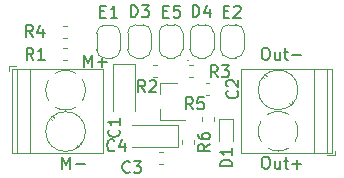
<source format=gbr>
G04 #@! TF.GenerationSoftware,KiCad,Pcbnew,(5.1.4)-1*
G04 #@! TF.CreationDate,2019-12-17T16:38:54-05:00*
G04 #@! TF.ProjectId,BJTPreamp,424a5450-7265-4616-9d70-2e6b69636164,rev?*
G04 #@! TF.SameCoordinates,Original*
G04 #@! TF.FileFunction,Legend,Top*
G04 #@! TF.FilePolarity,Positive*
%FSLAX46Y46*%
G04 Gerber Fmt 4.6, Leading zero omitted, Abs format (unit mm)*
G04 Created by KiCad (PCBNEW (5.1.4)-1) date 2019-12-17 16:38:54*
%MOMM*%
%LPD*%
G04 APERTURE LIST*
%ADD10C,0.150000*%
%ADD11C,0.120000*%
G04 APERTURE END LIST*
D10*
X89733619Y-100696780D02*
X89924095Y-100696780D01*
X90019333Y-100744400D01*
X90114571Y-100839638D01*
X90162190Y-101030114D01*
X90162190Y-101363447D01*
X90114571Y-101553923D01*
X90019333Y-101649161D01*
X89924095Y-101696780D01*
X89733619Y-101696780D01*
X89638380Y-101649161D01*
X89543142Y-101553923D01*
X89495523Y-101363447D01*
X89495523Y-101030114D01*
X89543142Y-100839638D01*
X89638380Y-100744400D01*
X89733619Y-100696780D01*
X91019333Y-101030114D02*
X91019333Y-101696780D01*
X90590761Y-101030114D02*
X90590761Y-101553923D01*
X90638380Y-101649161D01*
X90733619Y-101696780D01*
X90876476Y-101696780D01*
X90971714Y-101649161D01*
X91019333Y-101601542D01*
X91352666Y-101030114D02*
X91733619Y-101030114D01*
X91495523Y-100696780D02*
X91495523Y-101553923D01*
X91543142Y-101649161D01*
X91638380Y-101696780D01*
X91733619Y-101696780D01*
X92066952Y-101315828D02*
X92828857Y-101315828D01*
X92447904Y-101696780D02*
X92447904Y-100934876D01*
X89718379Y-91482660D02*
X89908855Y-91482660D01*
X90004093Y-91530280D01*
X90099331Y-91625518D01*
X90146950Y-91815994D01*
X90146950Y-92149327D01*
X90099331Y-92339803D01*
X90004093Y-92435041D01*
X89908855Y-92482660D01*
X89718379Y-92482660D01*
X89623140Y-92435041D01*
X89527902Y-92339803D01*
X89480283Y-92149327D01*
X89480283Y-91815994D01*
X89527902Y-91625518D01*
X89623140Y-91530280D01*
X89718379Y-91482660D01*
X91004093Y-91815994D02*
X91004093Y-92482660D01*
X90575521Y-91815994D02*
X90575521Y-92339803D01*
X90623140Y-92435041D01*
X90718379Y-92482660D01*
X90861236Y-92482660D01*
X90956474Y-92435041D01*
X91004093Y-92387422D01*
X91337426Y-91815994D02*
X91718379Y-91815994D01*
X91480283Y-91482660D02*
X91480283Y-92339803D01*
X91527902Y-92435041D01*
X91623140Y-92482660D01*
X91718379Y-92482660D01*
X92051712Y-92101708D02*
X92813617Y-92101708D01*
X72580619Y-101722680D02*
X72580619Y-100722680D01*
X72913952Y-101436966D01*
X73247285Y-100722680D01*
X73247285Y-101722680D01*
X73723476Y-101341728D02*
X74485380Y-101341728D01*
X74434819Y-93070940D02*
X74434819Y-92070940D01*
X74768152Y-92785226D01*
X75101485Y-92070940D01*
X75101485Y-93070940D01*
X75577676Y-92689988D02*
X76339580Y-92689988D01*
X75958628Y-93070940D02*
X75958628Y-92309036D01*
D11*
X83190080Y-92476320D02*
X83210400Y-92532200D01*
X82370800Y-97972600D02*
X78460800Y-97972600D01*
X82370800Y-99842600D02*
X82370800Y-97972600D01*
X78460800Y-99842600D02*
X82370800Y-99842600D01*
X76852500Y-92889200D02*
X76852500Y-96799200D01*
X78722500Y-92889200D02*
X76852500Y-92889200D01*
X78722500Y-96799200D02*
X78722500Y-92889200D01*
X87984840Y-90211680D02*
X87984840Y-91611680D01*
X87284840Y-92311680D02*
X86684840Y-92311680D01*
X85984840Y-91611680D02*
X85984840Y-90211680D01*
X86684840Y-89511680D02*
X87284840Y-89511680D01*
X87284840Y-89511680D02*
G75*
G02X87984840Y-90211680I0J-700000D01*
G01*
X85984840Y-90211680D02*
G75*
G02X86684840Y-89511680I700000J0D01*
G01*
X86684840Y-92311680D02*
G75*
G02X85984840Y-91611680I0J700000D01*
G01*
X87984840Y-91611680D02*
G75*
G02X87284840Y-92311680I-700000J0D01*
G01*
X75499720Y-91647240D02*
X75499720Y-90247240D01*
X76199720Y-89547240D02*
X76799720Y-89547240D01*
X77499720Y-90247240D02*
X77499720Y-91647240D01*
X76799720Y-92347240D02*
X76199720Y-92347240D01*
X76199720Y-92347240D02*
G75*
G02X75499720Y-91647240I0J700000D01*
G01*
X77499720Y-91647240D02*
G75*
G02X76799720Y-92347240I-700000J0D01*
G01*
X76799720Y-89547240D02*
G75*
G02X77499720Y-90247240I0J-700000D01*
G01*
X75499720Y-90247240D02*
G75*
G02X76199720Y-89547240I700000J0D01*
G01*
X82687700Y-99290921D02*
X82687700Y-99616479D01*
X83707700Y-99290921D02*
X83707700Y-99616479D01*
X84427600Y-97322421D02*
X84427600Y-97647979D01*
X85447600Y-97322421D02*
X85447600Y-97647979D01*
X72633521Y-90624120D02*
X72959079Y-90624120D01*
X72633521Y-89604120D02*
X72959079Y-89604120D01*
X83301621Y-93982000D02*
X83627179Y-93982000D01*
X83301621Y-92962000D02*
X83627179Y-92962000D01*
X80579179Y-92962000D02*
X80253621Y-92962000D01*
X80579179Y-93982000D02*
X80253621Y-93982000D01*
X72979499Y-91519280D02*
X72653941Y-91519280D01*
X72979499Y-92539280D02*
X72653941Y-92539280D01*
X80837500Y-94444700D02*
X82297500Y-94444700D01*
X80837500Y-97604700D02*
X82997500Y-97604700D01*
X80837500Y-97604700D02*
X80837500Y-96674700D01*
X80837500Y-94444700D02*
X80837500Y-95374700D01*
X80782920Y-91606600D02*
X80782920Y-90206600D01*
X81482920Y-89506600D02*
X82082920Y-89506600D01*
X82782920Y-90206600D02*
X82782920Y-91606600D01*
X82082920Y-92306600D02*
X81482920Y-92306600D01*
X81482920Y-92306600D02*
G75*
G02X80782920Y-91606600I0J700000D01*
G01*
X82782920Y-91606600D02*
G75*
G02X82082920Y-92306600I-700000J0D01*
G01*
X82082920Y-89506600D02*
G75*
G02X82782920Y-90206600I0J-700000D01*
G01*
X80782920Y-90206600D02*
G75*
G02X81482920Y-89506600I700000J0D01*
G01*
X83399120Y-91606840D02*
X83399120Y-90206840D01*
X84099120Y-89506840D02*
X84699120Y-89506840D01*
X85399120Y-90206840D02*
X85399120Y-91606840D01*
X84699120Y-92306840D02*
X84099120Y-92306840D01*
X84099120Y-92306840D02*
G75*
G02X83399120Y-91606840I0J700000D01*
G01*
X85399120Y-91606840D02*
G75*
G02X84699120Y-92306840I-700000J0D01*
G01*
X84699120Y-89506840D02*
G75*
G02X85399120Y-90206840I0J-700000D01*
G01*
X83399120Y-90206840D02*
G75*
G02X84099120Y-89506840I700000J0D01*
G01*
X78115920Y-91617000D02*
X78115920Y-90217000D01*
X78815920Y-89517000D02*
X79415920Y-89517000D01*
X80115920Y-90217000D02*
X80115920Y-91617000D01*
X79415920Y-92317000D02*
X78815920Y-92317000D01*
X78815920Y-92317000D02*
G75*
G02X78115920Y-91617000I0J700000D01*
G01*
X80115920Y-91617000D02*
G75*
G02X79415920Y-92317000I-700000J0D01*
G01*
X79415920Y-89517000D02*
G75*
G02X80115920Y-90217000I0J-700000D01*
G01*
X78115920Y-90217000D02*
G75*
G02X78815920Y-89517000I700000J0D01*
G01*
X92290681Y-97651576D02*
G75*
G02X92545960Y-98541840I-1424721J-890264D01*
G01*
X89975767Y-97116335D02*
G75*
G02X91756960Y-97116840I890193J-1425505D01*
G01*
X89440602Y-99431734D02*
G75*
G02X89425960Y-97675840I1425358J889894D01*
G01*
X91755854Y-99967198D02*
G75*
G02X89999960Y-99981840I-889894J1425358D01*
G01*
X92546059Y-98513166D02*
G75*
G02X92305960Y-99407840I-1680099J-28674D01*
G01*
X92545960Y-95041840D02*
G75*
G03X92545960Y-95041840I-1680000J0D01*
G01*
X94965960Y-100351840D02*
X94965960Y-93231840D01*
X93865960Y-100351840D02*
X93865960Y-93231840D01*
X87705960Y-100351840D02*
X87705960Y-93231840D01*
X95425960Y-100351840D02*
X95425960Y-93231840D01*
X87705960Y-100351840D02*
X95425960Y-100351840D01*
X87705960Y-93231840D02*
X95425960Y-93231840D01*
X89796960Y-93766840D02*
X89924960Y-93895840D01*
X92046960Y-96016840D02*
X92139960Y-96110840D01*
X89590960Y-93971840D02*
X89684960Y-94065840D01*
X91806960Y-96186840D02*
X91934960Y-96315840D01*
X95025960Y-100591840D02*
X95665960Y-100591840D01*
X95665960Y-100591840D02*
X95665960Y-100191840D01*
X68072600Y-93017120D02*
X68072600Y-93417120D01*
X68712600Y-93017120D02*
X68072600Y-93017120D01*
X71931600Y-97422120D02*
X71803600Y-97293120D01*
X74147600Y-99637120D02*
X74053600Y-99543120D01*
X71691600Y-97592120D02*
X71598600Y-97498120D01*
X73941600Y-99842120D02*
X73813600Y-99713120D01*
X76032600Y-100377120D02*
X68312600Y-100377120D01*
X76032600Y-93257120D02*
X68312600Y-93257120D01*
X68312600Y-93257120D02*
X68312600Y-100377120D01*
X76032600Y-93257120D02*
X76032600Y-100377120D01*
X69872600Y-93257120D02*
X69872600Y-100377120D01*
X68772600Y-93257120D02*
X68772600Y-100377120D01*
X74552600Y-98567120D02*
G75*
G03X74552600Y-98567120I-1680000J0D01*
G01*
X71192501Y-95095794D02*
G75*
G02X71432600Y-94201120I1680099J28674D01*
G01*
X71982706Y-93641762D02*
G75*
G02X73738600Y-93627120I889894J-1425358D01*
G01*
X74297958Y-94177226D02*
G75*
G02X74312600Y-95933120I-1425358J-889894D01*
G01*
X73762793Y-96492625D02*
G75*
G02X71981600Y-96492120I-890193J1425505D01*
G01*
X71447879Y-95957384D02*
G75*
G02X71192600Y-95067120I1424721J890264D01*
G01*
X85848900Y-99328200D02*
X85848900Y-97478200D01*
X87048900Y-99328200D02*
X87048900Y-97478200D01*
X87048900Y-97478200D02*
X85848900Y-97478200D01*
X81099879Y-100289900D02*
X80774321Y-100289900D01*
X81099879Y-101309900D02*
X80774321Y-101309900D01*
X84724021Y-95493300D02*
X85049579Y-95493300D01*
X84724021Y-94473300D02*
X85049579Y-94473300D01*
D10*
X77011233Y-100141042D02*
X76963614Y-100188661D01*
X76820757Y-100236280D01*
X76725519Y-100236280D01*
X76582661Y-100188661D01*
X76487423Y-100093423D01*
X76439804Y-99998185D01*
X76392185Y-99807709D01*
X76392185Y-99664852D01*
X76439804Y-99474376D01*
X76487423Y-99379138D01*
X76582661Y-99283900D01*
X76725519Y-99236280D01*
X76820757Y-99236280D01*
X76963614Y-99283900D01*
X77011233Y-99331519D01*
X77868376Y-99569614D02*
X77868376Y-100236280D01*
X77630280Y-99188661D02*
X77392185Y-99902947D01*
X78011233Y-99902947D01*
X77369942Y-98401166D02*
X77417561Y-98448785D01*
X77465180Y-98591642D01*
X77465180Y-98686880D01*
X77417561Y-98829738D01*
X77322323Y-98924976D01*
X77227085Y-98972595D01*
X77036609Y-99020214D01*
X76893752Y-99020214D01*
X76703276Y-98972595D01*
X76608038Y-98924976D01*
X76512800Y-98829738D01*
X76465180Y-98686880D01*
X76465180Y-98591642D01*
X76512800Y-98448785D01*
X76560419Y-98401166D01*
X77465180Y-97448785D02*
X77465180Y-98020214D01*
X77465180Y-97734500D02*
X76465180Y-97734500D01*
X76608038Y-97829738D01*
X76703276Y-97924976D01*
X76750895Y-98020214D01*
X86268963Y-88397051D02*
X86602297Y-88397051D01*
X86745154Y-88920860D02*
X86268963Y-88920860D01*
X86268963Y-87920860D01*
X86745154Y-87920860D01*
X87126106Y-88016099D02*
X87173725Y-87968480D01*
X87268963Y-87920860D01*
X87507059Y-87920860D01*
X87602297Y-87968480D01*
X87649916Y-88016099D01*
X87697535Y-88111337D01*
X87697535Y-88206575D01*
X87649916Y-88349432D01*
X87078487Y-88920860D01*
X87697535Y-88920860D01*
X75824483Y-88391971D02*
X76157817Y-88391971D01*
X76300674Y-88915780D02*
X75824483Y-88915780D01*
X75824483Y-87915780D01*
X76300674Y-87915780D01*
X77253055Y-88915780D02*
X76681626Y-88915780D01*
X76967340Y-88915780D02*
X76967340Y-87915780D01*
X76872102Y-88058638D01*
X76776864Y-88153876D01*
X76681626Y-88201495D01*
X85080080Y-99620366D02*
X84603890Y-99953700D01*
X85080080Y-100191795D02*
X84080080Y-100191795D01*
X84080080Y-99810842D01*
X84127700Y-99715604D01*
X84175319Y-99667985D01*
X84270557Y-99620366D01*
X84413414Y-99620366D01*
X84508652Y-99667985D01*
X84556271Y-99715604D01*
X84603890Y-99810842D01*
X84603890Y-100191795D01*
X84080080Y-98763223D02*
X84080080Y-98953700D01*
X84127700Y-99048938D01*
X84175319Y-99096557D01*
X84318176Y-99191795D01*
X84508652Y-99239414D01*
X84889604Y-99239414D01*
X84984842Y-99191795D01*
X85032461Y-99144176D01*
X85080080Y-99048938D01*
X85080080Y-98858461D01*
X85032461Y-98763223D01*
X84984842Y-98715604D01*
X84889604Y-98667985D01*
X84651509Y-98667985D01*
X84556271Y-98715604D01*
X84508652Y-98763223D01*
X84461033Y-98858461D01*
X84461033Y-99048938D01*
X84508652Y-99144176D01*
X84556271Y-99191795D01*
X84651509Y-99239414D01*
X83653333Y-96680280D02*
X83320000Y-96204090D01*
X83081904Y-96680280D02*
X83081904Y-95680280D01*
X83462857Y-95680280D01*
X83558095Y-95727900D01*
X83605714Y-95775519D01*
X83653333Y-95870757D01*
X83653333Y-96013614D01*
X83605714Y-96108852D01*
X83558095Y-96156471D01*
X83462857Y-96204090D01*
X83081904Y-96204090D01*
X84558095Y-95680280D02*
X84081904Y-95680280D01*
X84034285Y-96156471D01*
X84081904Y-96108852D01*
X84177142Y-96061233D01*
X84415238Y-96061233D01*
X84510476Y-96108852D01*
X84558095Y-96156471D01*
X84605714Y-96251709D01*
X84605714Y-96489804D01*
X84558095Y-96585042D01*
X84510476Y-96632661D01*
X84415238Y-96680280D01*
X84177142Y-96680280D01*
X84081904Y-96632661D01*
X84034285Y-96585042D01*
X70110053Y-90566500D02*
X69776720Y-90090310D01*
X69538624Y-90566500D02*
X69538624Y-89566500D01*
X69919577Y-89566500D01*
X70014815Y-89614120D01*
X70062434Y-89661739D01*
X70110053Y-89756977D01*
X70110053Y-89899834D01*
X70062434Y-89995072D01*
X70014815Y-90042691D01*
X69919577Y-90090310D01*
X69538624Y-90090310D01*
X70967196Y-89899834D02*
X70967196Y-90566500D01*
X70729100Y-89518881D02*
X70491005Y-90233167D01*
X71110053Y-90233167D01*
X85751373Y-93970100D02*
X85418040Y-93493910D01*
X85179944Y-93970100D02*
X85179944Y-92970100D01*
X85560897Y-92970100D01*
X85656135Y-93017720D01*
X85703754Y-93065339D01*
X85751373Y-93160577D01*
X85751373Y-93303434D01*
X85703754Y-93398672D01*
X85656135Y-93446291D01*
X85560897Y-93493910D01*
X85179944Y-93493910D01*
X86084706Y-92970100D02*
X86703754Y-92970100D01*
X86370420Y-93351053D01*
X86513278Y-93351053D01*
X86608516Y-93398672D01*
X86656135Y-93446291D01*
X86703754Y-93541529D01*
X86703754Y-93779624D01*
X86656135Y-93874862D01*
X86608516Y-93922481D01*
X86513278Y-93970100D01*
X86227563Y-93970100D01*
X86132325Y-93922481D01*
X86084706Y-93874862D01*
X79609653Y-95214700D02*
X79276320Y-94738510D01*
X79038224Y-95214700D02*
X79038224Y-94214700D01*
X79419177Y-94214700D01*
X79514415Y-94262320D01*
X79562034Y-94309939D01*
X79609653Y-94405177D01*
X79609653Y-94548034D01*
X79562034Y-94643272D01*
X79514415Y-94690891D01*
X79419177Y-94738510D01*
X79038224Y-94738510D01*
X79990605Y-94309939D02*
X80038224Y-94262320D01*
X80133462Y-94214700D01*
X80371558Y-94214700D01*
X80466796Y-94262320D01*
X80514415Y-94309939D01*
X80562034Y-94405177D01*
X80562034Y-94500415D01*
X80514415Y-94643272D01*
X79942986Y-95214700D01*
X80562034Y-95214700D01*
X70150693Y-92501980D02*
X69817360Y-92025790D01*
X69579264Y-92501980D02*
X69579264Y-91501980D01*
X69960217Y-91501980D01*
X70055455Y-91549600D01*
X70103074Y-91597219D01*
X70150693Y-91692457D01*
X70150693Y-91835314D01*
X70103074Y-91930552D01*
X70055455Y-91978171D01*
X69960217Y-92025790D01*
X69579264Y-92025790D01*
X71103074Y-92501980D02*
X70531645Y-92501980D01*
X70817360Y-92501980D02*
X70817360Y-91501980D01*
X70722121Y-91644838D01*
X70626883Y-91740076D01*
X70531645Y-91787695D01*
X81153403Y-88397051D02*
X81486737Y-88397051D01*
X81629594Y-88920860D02*
X81153403Y-88920860D01*
X81153403Y-87920860D01*
X81629594Y-87920860D01*
X82534356Y-87920860D02*
X82058165Y-87920860D01*
X82010546Y-88397051D01*
X82058165Y-88349432D01*
X82153403Y-88301813D01*
X82391499Y-88301813D01*
X82486737Y-88349432D01*
X82534356Y-88397051D01*
X82581975Y-88492289D01*
X82581975Y-88730384D01*
X82534356Y-88825622D01*
X82486737Y-88873241D01*
X82391499Y-88920860D01*
X82153403Y-88920860D01*
X82058165Y-88873241D01*
X82010546Y-88825622D01*
X83635624Y-88864980D02*
X83635624Y-87864980D01*
X83873720Y-87864980D01*
X84016577Y-87912600D01*
X84111815Y-88007838D01*
X84159434Y-88103076D01*
X84207053Y-88293552D01*
X84207053Y-88436409D01*
X84159434Y-88626885D01*
X84111815Y-88722123D01*
X84016577Y-88817361D01*
X83873720Y-88864980D01*
X83635624Y-88864980D01*
X85064196Y-88198314D02*
X85064196Y-88864980D01*
X84826100Y-87817361D02*
X84588005Y-88531647D01*
X85207053Y-88531647D01*
X78398144Y-88875140D02*
X78398144Y-87875140D01*
X78636240Y-87875140D01*
X78779097Y-87922760D01*
X78874335Y-88017998D01*
X78921954Y-88113236D01*
X78969573Y-88303712D01*
X78969573Y-88446569D01*
X78921954Y-88637045D01*
X78874335Y-88732283D01*
X78779097Y-88827521D01*
X78636240Y-88875140D01*
X78398144Y-88875140D01*
X79302906Y-87875140D02*
X79921954Y-87875140D01*
X79588620Y-88256093D01*
X79731478Y-88256093D01*
X79826716Y-88303712D01*
X79874335Y-88351331D01*
X79921954Y-88446569D01*
X79921954Y-88684664D01*
X79874335Y-88779902D01*
X79826716Y-88827521D01*
X79731478Y-88875140D01*
X79445763Y-88875140D01*
X79350525Y-88827521D01*
X79302906Y-88779902D01*
X86977480Y-101512595D02*
X85977480Y-101512595D01*
X85977480Y-101274500D01*
X86025100Y-101131642D01*
X86120338Y-101036404D01*
X86215576Y-100988785D01*
X86406052Y-100941166D01*
X86548909Y-100941166D01*
X86739385Y-100988785D01*
X86834623Y-101036404D01*
X86929861Y-101131642D01*
X86977480Y-101274500D01*
X86977480Y-101512595D01*
X86977480Y-99988785D02*
X86977480Y-100560214D01*
X86977480Y-100274500D02*
X85977480Y-100274500D01*
X86120338Y-100369738D01*
X86215576Y-100464976D01*
X86263195Y-100560214D01*
X78306633Y-101969842D02*
X78259014Y-102017461D01*
X78116157Y-102065080D01*
X78020919Y-102065080D01*
X77878061Y-102017461D01*
X77782823Y-101922223D01*
X77735204Y-101826985D01*
X77687585Y-101636509D01*
X77687585Y-101493652D01*
X77735204Y-101303176D01*
X77782823Y-101207938D01*
X77878061Y-101112700D01*
X78020919Y-101065080D01*
X78116157Y-101065080D01*
X78259014Y-101112700D01*
X78306633Y-101160319D01*
X78639966Y-101065080D02*
X79259014Y-101065080D01*
X78925680Y-101446033D01*
X79068538Y-101446033D01*
X79163776Y-101493652D01*
X79211395Y-101541271D01*
X79259014Y-101636509D01*
X79259014Y-101874604D01*
X79211395Y-101969842D01*
X79163776Y-102017461D01*
X79068538Y-102065080D01*
X78782823Y-102065080D01*
X78687585Y-102017461D01*
X78639966Y-101969842D01*
X87397862Y-95114406D02*
X87445481Y-95162025D01*
X87493100Y-95304882D01*
X87493100Y-95400120D01*
X87445481Y-95542978D01*
X87350243Y-95638216D01*
X87255005Y-95685835D01*
X87064529Y-95733454D01*
X86921672Y-95733454D01*
X86731196Y-95685835D01*
X86635958Y-95638216D01*
X86540720Y-95542978D01*
X86493100Y-95400120D01*
X86493100Y-95304882D01*
X86540720Y-95162025D01*
X86588339Y-95114406D01*
X86588339Y-94733454D02*
X86540720Y-94685835D01*
X86493100Y-94590597D01*
X86493100Y-94352501D01*
X86540720Y-94257263D01*
X86588339Y-94209644D01*
X86683577Y-94162025D01*
X86778815Y-94162025D01*
X86921672Y-94209644D01*
X87493100Y-94781073D01*
X87493100Y-94162025D01*
M02*

</source>
